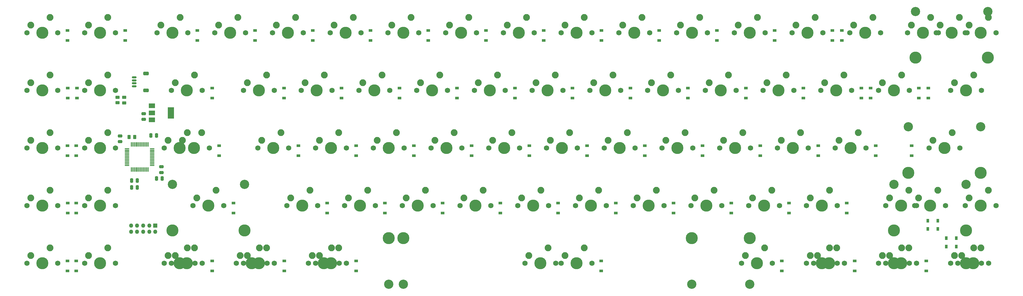
<source format=gbr>
%TF.GenerationSoftware,KiCad,Pcbnew,(6.0.7)*%
%TF.CreationDate,2022-08-26T18:50:00-04:00*%
%TF.ProjectId,thocc-master,74686f63-632d-46d6-9173-7465722e6b69,rev?*%
%TF.SameCoordinates,Original*%
%TF.FileFunction,Soldermask,Bot*%
%TF.FilePolarity,Negative*%
%FSLAX46Y46*%
G04 Gerber Fmt 4.6, Leading zero omitted, Abs format (unit mm)*
G04 Created by KiCad (PCBNEW (6.0.7)) date 2022-08-26 18:50:00*
%MOMM*%
%LPD*%
G01*
G04 APERTURE LIST*
G04 Aperture macros list*
%AMRoundRect*
0 Rectangle with rounded corners*
0 $1 Rounding radius*
0 $2 $3 $4 $5 $6 $7 $8 $9 X,Y pos of 4 corners*
0 Add a 4 corners polygon primitive as box body*
4,1,4,$2,$3,$4,$5,$6,$7,$8,$9,$2,$3,0*
0 Add four circle primitives for the rounded corners*
1,1,$1+$1,$2,$3*
1,1,$1+$1,$4,$5*
1,1,$1+$1,$6,$7*
1,1,$1+$1,$8,$9*
0 Add four rect primitives between the rounded corners*
20,1,$1+$1,$2,$3,$4,$5,0*
20,1,$1+$1,$4,$5,$6,$7,0*
20,1,$1+$1,$6,$7,$8,$9,0*
20,1,$1+$1,$8,$9,$2,$3,0*%
G04 Aperture macros list end*
%ADD10C,3.987800*%
%ADD11C,3.048000*%
%ADD12C,1.750000*%
%ADD13C,2.250000*%
%ADD14R,1.200000X0.900000*%
%ADD15R,2.000000X1.500000*%
%ADD16R,2.000000X3.800000*%
%ADD17RoundRect,0.250000X0.475000X-0.250000X0.475000X0.250000X-0.475000X0.250000X-0.475000X-0.250000X0*%
%ADD18RoundRect,0.250000X0.250000X0.475000X-0.250000X0.475000X-0.250000X-0.475000X0.250000X-0.475000X0*%
%ADD19RoundRect,0.075000X0.075000X-0.662500X0.075000X0.662500X-0.075000X0.662500X-0.075000X-0.662500X0*%
%ADD20RoundRect,0.075000X0.662500X-0.075000X0.662500X0.075000X-0.662500X0.075000X-0.662500X-0.075000X0*%
%ADD21R,0.900000X1.200000*%
%ADD22RoundRect,0.250000X-0.450000X0.262500X-0.450000X-0.262500X0.450000X-0.262500X0.450000X0.262500X0*%
%ADD23RoundRect,0.250000X-0.250000X-0.475000X0.250000X-0.475000X0.250000X0.475000X-0.250000X0.475000X0*%
%ADD24R,1.350000X1.350000*%
%ADD25O,1.350000X1.350000*%
%ADD26RoundRect,0.250000X0.262500X0.450000X-0.262500X0.450000X-0.262500X-0.450000X0.262500X-0.450000X0*%
%ADD27RoundRect,0.150000X-0.625000X0.150000X-0.625000X-0.150000X0.625000X-0.150000X0.625000X0.150000X0*%
%ADD28RoundRect,0.250000X-0.650000X0.350000X-0.650000X-0.350000X0.650000X-0.350000X0.650000X0.350000X0*%
%ADD29RoundRect,0.250000X-0.475000X0.250000X-0.475000X-0.250000X0.475000X-0.250000X0.475000X0.250000X0*%
G04 APERTURE END LIST*
D10*
%TO.C,MX53*%
X259980750Y-147582000D03*
X236168250Y-147582000D03*
D11*
X259980750Y-132342000D03*
X236168250Y-132342000D03*
D12*
X253154500Y-139327000D03*
X242994500Y-139327000D03*
D13*
X244264500Y-136787000D03*
D10*
X248074500Y-139327000D03*
D13*
X250614500Y-134247000D03*
%TD*%
D10*
%TO.C,MX76*%
X426668250Y-150122000D03*
X312368250Y-150122000D03*
D11*
X426668250Y-165362000D03*
X312368250Y-165362000D03*
D12*
X374598250Y-158377000D03*
X364438250Y-158377000D03*
D13*
X365708250Y-155837000D03*
D10*
X369518250Y-158377000D03*
D13*
X372058250Y-153297000D03*
%TD*%
D10*
%TO.C,MX75*%
X407611900Y-150122000D03*
X307612100Y-150122000D03*
D11*
X407611900Y-165362000D03*
X307612100Y-165362000D03*
D12*
X362692000Y-158377000D03*
X352532000Y-158377000D03*
D13*
X353802000Y-155837000D03*
D10*
X357612000Y-158377000D03*
D13*
X360152000Y-153297000D03*
%TD*%
D10*
%TO.C,MX50*%
X502868250Y-128532000D03*
X479055750Y-128532000D03*
D11*
X502868250Y-113292000D03*
X479055750Y-113292000D03*
D12*
X496042000Y-120277000D03*
X485882000Y-120277000D03*
D13*
X487152000Y-117737000D03*
D10*
X490962000Y-120277000D03*
D13*
X493502000Y-115197000D03*
%TD*%
D10*
%TO.C,MX17*%
X505249500Y-90432000D03*
X481437000Y-90432000D03*
D11*
X505249500Y-75192000D03*
X481437000Y-75192000D03*
D12*
X498423250Y-82177000D03*
X488263250Y-82177000D03*
D13*
X489533250Y-79637000D03*
D10*
X493343250Y-82177000D03*
D13*
X495883250Y-77097000D03*
%TD*%
D10*
%TO.C,MX65*%
X498105750Y-147582000D03*
X474293250Y-147582000D03*
D11*
X498105750Y-132342000D03*
X474293250Y-132342000D03*
D12*
X491279500Y-139327000D03*
X481119500Y-139327000D03*
D13*
X482389500Y-136787000D03*
D10*
X486199500Y-139327000D03*
D13*
X488739500Y-134247000D03*
%TD*%
D12*
%TO.C,MX30*%
X422223250Y-101227000D03*
X412063250Y-101227000D03*
D10*
X417143250Y-101227000D03*
D13*
X413333250Y-98687000D03*
X419683250Y-96147000D03*
%TD*%
D12*
%TO.C,MX42*%
X321575750Y-120277000D03*
D10*
X326655750Y-120277000D03*
D12*
X331735750Y-120277000D03*
D13*
X322845750Y-117737000D03*
X329195750Y-115197000D03*
%TD*%
D12*
%TO.C,MX44*%
X359675750Y-120277000D03*
D10*
X364755750Y-120277000D03*
D12*
X369835750Y-120277000D03*
D13*
X360945750Y-117737000D03*
X367295750Y-115197000D03*
%TD*%
D10*
%TO.C,MX78*%
X450480750Y-158377000D03*
D12*
X445400750Y-158377000D03*
X455560750Y-158377000D03*
D13*
X446670750Y-155837000D03*
X453020750Y-153297000D03*
%TD*%
D12*
%TO.C,MX70*%
X246010750Y-158377000D03*
D10*
X240930750Y-158377000D03*
D12*
X235850750Y-158377000D03*
D13*
X237120750Y-155837000D03*
X243470750Y-153297000D03*
%TD*%
D12*
%TO.C,MX41*%
X312685750Y-120277000D03*
D10*
X307605750Y-120277000D03*
D12*
X302525750Y-120277000D03*
D13*
X303795750Y-117737000D03*
X310145750Y-115197000D03*
%TD*%
D12*
%TO.C,MX34*%
X503185750Y-101227000D03*
D10*
X498105750Y-101227000D03*
D12*
X493025750Y-101227000D03*
D13*
X494295750Y-98687000D03*
X500645750Y-96147000D03*
%TD*%
D12*
%TO.C,MX11*%
X393648250Y-82177000D03*
D10*
X388568250Y-82177000D03*
D12*
X383488250Y-82177000D03*
D13*
X384758250Y-79637000D03*
X391108250Y-77097000D03*
%TD*%
D12*
%TO.C,MX72*%
X259663250Y-158377000D03*
X269823250Y-158377000D03*
D10*
X264743250Y-158377000D03*
D13*
X260933250Y-155837000D03*
X267283250Y-153297000D03*
%TD*%
D12*
%TO.C,MX43*%
X350785750Y-120277000D03*
X340625750Y-120277000D03*
D10*
X345705750Y-120277000D03*
D13*
X341895750Y-117737000D03*
X348245750Y-115197000D03*
%TD*%
D10*
%TO.C,MX71*%
X262362000Y-158377000D03*
D12*
X257282000Y-158377000D03*
X267442000Y-158377000D03*
D13*
X258552000Y-155837000D03*
X264902000Y-153297000D03*
%TD*%
D12*
%TO.C,MX52*%
X217435750Y-139327000D03*
X207275750Y-139327000D03*
D10*
X212355750Y-139327000D03*
D13*
X208545750Y-136787000D03*
X214895750Y-134247000D03*
%TD*%
D12*
%TO.C,MX57*%
X331100750Y-139327000D03*
X341260750Y-139327000D03*
D10*
X336180750Y-139327000D03*
D13*
X332370750Y-136787000D03*
X338720750Y-134247000D03*
%TD*%
D10*
%TO.C,MX18*%
X502868250Y-82177000D03*
D12*
X507948250Y-82177000D03*
X497788250Y-82177000D03*
D13*
X499058250Y-79637000D03*
X505408250Y-77097000D03*
%TD*%
D12*
%TO.C,MX40*%
X293635750Y-120277000D03*
X283475750Y-120277000D03*
D10*
X288555750Y-120277000D03*
D13*
X284745750Y-117737000D03*
X291095750Y-115197000D03*
%TD*%
D12*
%TO.C,MX15*%
X469848250Y-82177000D03*
X459688250Y-82177000D03*
D10*
X464768250Y-82177000D03*
D13*
X460958250Y-79637000D03*
X467308250Y-77097000D03*
%TD*%
D12*
%TO.C,MX26*%
X346023250Y-101227000D03*
X335863250Y-101227000D03*
D10*
X340943250Y-101227000D03*
D13*
X337133250Y-98687000D03*
X343483250Y-96147000D03*
%TD*%
D10*
%TO.C,MX39*%
X269505750Y-120277000D03*
D12*
X274585750Y-120277000D03*
X264425750Y-120277000D03*
D13*
X265695750Y-117737000D03*
X272045750Y-115197000D03*
%TD*%
D12*
%TO.C,MX7*%
X317448250Y-82177000D03*
X307288250Y-82177000D03*
D10*
X312368250Y-82177000D03*
D13*
X308558250Y-79637000D03*
X314908250Y-77097000D03*
%TD*%
D12*
%TO.C,MX54*%
X284110750Y-139327000D03*
D10*
X279030750Y-139327000D03*
D12*
X273950750Y-139327000D03*
D13*
X275220750Y-136787000D03*
X281570750Y-134247000D03*
%TD*%
D10*
%TO.C,MX3*%
X236168250Y-82177000D03*
D12*
X231088250Y-82177000D03*
X241248250Y-82177000D03*
D13*
X232358250Y-79637000D03*
X238708250Y-77097000D03*
%TD*%
D12*
%TO.C,MX20*%
X207275750Y-101227000D03*
X217435750Y-101227000D03*
D10*
X212355750Y-101227000D03*
D13*
X208545750Y-98687000D03*
X214895750Y-96147000D03*
%TD*%
D10*
%TO.C,MX51*%
X193305750Y-139327000D03*
D12*
X198385750Y-139327000D03*
X188225750Y-139327000D03*
D13*
X189495750Y-136787000D03*
X195845750Y-134247000D03*
%TD*%
D12*
%TO.C,MX63*%
X445400750Y-139327000D03*
D10*
X450480750Y-139327000D03*
D12*
X455560750Y-139327000D03*
D13*
X446670750Y-136787000D03*
X453020750Y-134247000D03*
%TD*%
D12*
%TO.C,MX61*%
X407300750Y-139327000D03*
X417460750Y-139327000D03*
D10*
X412380750Y-139327000D03*
D13*
X408570750Y-136787000D03*
X414920750Y-134247000D03*
%TD*%
D12*
%TO.C,MX82*%
X493025750Y-158377000D03*
X503185750Y-158377000D03*
D10*
X498105750Y-158377000D03*
D13*
X494295750Y-155837000D03*
X500645750Y-153297000D03*
%TD*%
D12*
%TO.C,MX14*%
X450798250Y-82177000D03*
X440638250Y-82177000D03*
D10*
X445718250Y-82177000D03*
D13*
X441908250Y-79637000D03*
X448258250Y-77097000D03*
%TD*%
D12*
%TO.C,MX49*%
X465085750Y-120277000D03*
D10*
X460005750Y-120277000D03*
D12*
X454925750Y-120277000D03*
D13*
X456195750Y-117737000D03*
X462545750Y-115197000D03*
%TD*%
D10*
%TO.C,MX2*%
X212355750Y-82177000D03*
D12*
X217435750Y-82177000D03*
X207275750Y-82177000D03*
D13*
X208545750Y-79637000D03*
X214895750Y-77097000D03*
%TD*%
D10*
%TO.C,MX36*%
X212355750Y-120277000D03*
D12*
X207275750Y-120277000D03*
X217435750Y-120277000D03*
D13*
X208545750Y-117737000D03*
X214895750Y-115197000D03*
%TD*%
D12*
%TO.C,MX64*%
X481754500Y-139327000D03*
X471594500Y-139327000D03*
D10*
X476674500Y-139327000D03*
D13*
X472864500Y-136787000D03*
X479214500Y-134247000D03*
%TD*%
D10*
%TO.C,MX47*%
X421905750Y-120277000D03*
D12*
X416825750Y-120277000D03*
X426985750Y-120277000D03*
D13*
X418095750Y-117737000D03*
X424445750Y-115197000D03*
%TD*%
D12*
%TO.C,MX56*%
X322210750Y-139327000D03*
D10*
X317130750Y-139327000D03*
D12*
X312050750Y-139327000D03*
D13*
X313320750Y-136787000D03*
X319670750Y-134247000D03*
%TD*%
D12*
%TO.C,MX83*%
X495407000Y-158377000D03*
D10*
X500487000Y-158377000D03*
D12*
X505567000Y-158377000D03*
D13*
X496677000Y-155837000D03*
X503027000Y-153297000D03*
%TD*%
D12*
%TO.C,MX8*%
X336498250Y-82177000D03*
X326338250Y-82177000D03*
D10*
X331418250Y-82177000D03*
D13*
X327608250Y-79637000D03*
X333958250Y-77097000D03*
%TD*%
D10*
%TO.C,MX13*%
X426668250Y-82177000D03*
D12*
X431748250Y-82177000D03*
X421588250Y-82177000D03*
D13*
X422858250Y-79637000D03*
X429208250Y-77097000D03*
%TD*%
D12*
%TO.C,MX80*%
X469213250Y-158377000D03*
X479373250Y-158377000D03*
D10*
X474293250Y-158377000D03*
D13*
X470483250Y-155837000D03*
X476833250Y-153297000D03*
%TD*%
D10*
%TO.C,MX1*%
X193305750Y-82177000D03*
D12*
X188225750Y-82177000D03*
X198385750Y-82177000D03*
D13*
X189495750Y-79637000D03*
X195845750Y-77097000D03*
%TD*%
D12*
%TO.C,MX62*%
X426350750Y-139327000D03*
D10*
X431430750Y-139327000D03*
D12*
X436510750Y-139327000D03*
D13*
X427620750Y-136787000D03*
X433970750Y-134247000D03*
%TD*%
D10*
%TO.C,MX33*%
X474293250Y-101227000D03*
D12*
X469213250Y-101227000D03*
X479373250Y-101227000D03*
D13*
X470483250Y-98687000D03*
X476833250Y-96147000D03*
%TD*%
D12*
%TO.C,MX58*%
X360310750Y-139327000D03*
D10*
X355230750Y-139327000D03*
D12*
X350150750Y-139327000D03*
D13*
X351420750Y-136787000D03*
X357770750Y-134247000D03*
%TD*%
D12*
%TO.C,MX31*%
X441273250Y-101227000D03*
D10*
X436193250Y-101227000D03*
D12*
X431113250Y-101227000D03*
D13*
X432383250Y-98687000D03*
X438733250Y-96147000D03*
%TD*%
D10*
%TO.C,MX29*%
X398093250Y-101227000D03*
D12*
X393013250Y-101227000D03*
X403173250Y-101227000D03*
D13*
X394283250Y-98687000D03*
X400633250Y-96147000D03*
%TD*%
D10*
%TO.C,MX6*%
X293318250Y-82177000D03*
D12*
X298398250Y-82177000D03*
X288238250Y-82177000D03*
D13*
X289508250Y-79637000D03*
X295858250Y-77097000D03*
%TD*%
D12*
%TO.C,MX35*%
X198385750Y-120277000D03*
D10*
X193305750Y-120277000D03*
D12*
X188225750Y-120277000D03*
D13*
X189495750Y-117737000D03*
X195845750Y-115197000D03*
%TD*%
D10*
%TO.C,MX48*%
X440955750Y-120277000D03*
D12*
X435875750Y-120277000D03*
X446035750Y-120277000D03*
D13*
X437145750Y-117737000D03*
X443495750Y-115197000D03*
%TD*%
D10*
%TO.C,MX79*%
X452862000Y-158377000D03*
D12*
X447782000Y-158377000D03*
X457942000Y-158377000D03*
D13*
X449052000Y-155837000D03*
X455402000Y-153297000D03*
%TD*%
D12*
%TO.C,MX66*%
X497788250Y-139327000D03*
X507948250Y-139327000D03*
D10*
X502868250Y-139327000D03*
D13*
X499058250Y-136787000D03*
X505408250Y-134247000D03*
%TD*%
D10*
%TO.C,MX12*%
X407618250Y-82177000D03*
D12*
X412698250Y-82177000D03*
X402538250Y-82177000D03*
D13*
X403808250Y-79637000D03*
X410158250Y-77097000D03*
%TD*%
D12*
%TO.C,MX28*%
X384123250Y-101227000D03*
X373963250Y-101227000D03*
D10*
X379043250Y-101227000D03*
D13*
X375233250Y-98687000D03*
X381583250Y-96147000D03*
%TD*%
D12*
%TO.C,MX37*%
X243629500Y-120277000D03*
D10*
X238549500Y-120277000D03*
D12*
X233469500Y-120277000D03*
D13*
X234739500Y-117737000D03*
X241089500Y-115197000D03*
%TD*%
D10*
%TO.C,MX59*%
X374280750Y-139327000D03*
D12*
X369200750Y-139327000D03*
X379360750Y-139327000D03*
D13*
X370470750Y-136787000D03*
X376820750Y-134247000D03*
%TD*%
D10*
%TO.C,MX81*%
X476674500Y-158377000D03*
D12*
X481754500Y-158377000D03*
X471594500Y-158377000D03*
D13*
X472864500Y-155837000D03*
X479214500Y-153297000D03*
%TD*%
D12*
%TO.C,MX45*%
X388885750Y-120277000D03*
X378725750Y-120277000D03*
D10*
X383805750Y-120277000D03*
D13*
X379995750Y-117737000D03*
X386345750Y-115197000D03*
%TD*%
D12*
%TO.C,MX55*%
X303160750Y-139327000D03*
X293000750Y-139327000D03*
D10*
X298080750Y-139327000D03*
D13*
X294270750Y-136787000D03*
X300620750Y-134247000D03*
%TD*%
D10*
%TO.C,MX25*%
X321893250Y-101227000D03*
D12*
X326973250Y-101227000D03*
X316813250Y-101227000D03*
D13*
X318083250Y-98687000D03*
X324433250Y-96147000D03*
%TD*%
D12*
%TO.C,MX4*%
X260298250Y-82177000D03*
X250138250Y-82177000D03*
D10*
X255218250Y-82177000D03*
D13*
X251408250Y-79637000D03*
X257758250Y-77097000D03*
%TD*%
D12*
%TO.C,MX69*%
X243629500Y-158377000D03*
D10*
X238549500Y-158377000D03*
D12*
X233469500Y-158377000D03*
D13*
X234739500Y-155837000D03*
X241089500Y-153297000D03*
%TD*%
D12*
%TO.C,MX32*%
X460323250Y-101227000D03*
D10*
X455243250Y-101227000D03*
D12*
X450163250Y-101227000D03*
D13*
X451433250Y-98687000D03*
X457783250Y-96147000D03*
%TD*%
D10*
%TO.C,MX9*%
X350468250Y-82177000D03*
D12*
X355548250Y-82177000D03*
X345388250Y-82177000D03*
D13*
X346658250Y-79637000D03*
X353008250Y-77097000D03*
%TD*%
D12*
%TO.C,MX73*%
X291254500Y-158377000D03*
D10*
X286174500Y-158377000D03*
D12*
X281094500Y-158377000D03*
D13*
X282364500Y-155837000D03*
X288714500Y-153297000D03*
%TD*%
D12*
%TO.C,MX27*%
X365073250Y-101227000D03*
X354913250Y-101227000D03*
D10*
X359993250Y-101227000D03*
D13*
X356183250Y-98687000D03*
X362533250Y-96147000D03*
%TD*%
D10*
%TO.C,MX74*%
X288555750Y-158377000D03*
D12*
X283475750Y-158377000D03*
X293635750Y-158377000D03*
D13*
X284745750Y-155837000D03*
X291095750Y-153297000D03*
%TD*%
D12*
%TO.C,MX46*%
X407935750Y-120277000D03*
X397775750Y-120277000D03*
D10*
X402855750Y-120277000D03*
D13*
X399045750Y-117737000D03*
X405395750Y-115197000D03*
%TD*%
D12*
%TO.C,MX19*%
X198385750Y-101227000D03*
X188225750Y-101227000D03*
D10*
X193305750Y-101227000D03*
D13*
X189495750Y-98687000D03*
X195845750Y-96147000D03*
%TD*%
D12*
%TO.C,MX24*%
X297763250Y-101227000D03*
X307923250Y-101227000D03*
D10*
X302843250Y-101227000D03*
D13*
X299033250Y-98687000D03*
X305383250Y-96147000D03*
%TD*%
D12*
%TO.C,MX23*%
X278713250Y-101227000D03*
D10*
X283793250Y-101227000D03*
D12*
X288873250Y-101227000D03*
D13*
X279983250Y-98687000D03*
X286333250Y-96147000D03*
%TD*%
D12*
%TO.C,MX77*%
X434129500Y-158377000D03*
X423969500Y-158377000D03*
D10*
X429049500Y-158377000D03*
D13*
X425239500Y-155837000D03*
X431589500Y-153297000D03*
%TD*%
D10*
%TO.C,MX10*%
X369518250Y-82177000D03*
D12*
X364438250Y-82177000D03*
X374598250Y-82177000D03*
D13*
X365708250Y-79637000D03*
X372058250Y-77097000D03*
%TD*%
D12*
%TO.C,MX5*%
X269188250Y-82177000D03*
D10*
X274268250Y-82177000D03*
D12*
X279348250Y-82177000D03*
D13*
X270458250Y-79637000D03*
X276808250Y-77097000D03*
%TD*%
D10*
%TO.C,MX21*%
X240930750Y-101227000D03*
D12*
X246010750Y-101227000D03*
X235850750Y-101227000D03*
D13*
X237120750Y-98687000D03*
X243470750Y-96147000D03*
%TD*%
D10*
%TO.C,MX67*%
X193305750Y-158377000D03*
D12*
X188225750Y-158377000D03*
X198385750Y-158377000D03*
D13*
X189495750Y-155837000D03*
X195845750Y-153297000D03*
%TD*%
D10*
%TO.C,MX38*%
X243312000Y-120277000D03*
D12*
X248392000Y-120277000D03*
X238232000Y-120277000D03*
D13*
X239502000Y-117737000D03*
X245852000Y-115197000D03*
%TD*%
D10*
%TO.C,MX60*%
X393330750Y-139327000D03*
D12*
X388250750Y-139327000D03*
X398410750Y-139327000D03*
D13*
X389520750Y-136787000D03*
X395870750Y-134247000D03*
%TD*%
D12*
%TO.C,MX68*%
X217435750Y-158377000D03*
X207275750Y-158377000D03*
D10*
X212355750Y-158377000D03*
D13*
X208545750Y-155837000D03*
X214895750Y-153297000D03*
%TD*%
D12*
%TO.C,MX22*%
X269823250Y-101227000D03*
X259663250Y-101227000D03*
D10*
X264743250Y-101227000D03*
D13*
X260933250Y-98687000D03*
X267283250Y-96147000D03*
%TD*%
D12*
%TO.C,MX16*%
X488898250Y-82177000D03*
X478738250Y-82177000D03*
D10*
X483818250Y-82177000D03*
D13*
X480008250Y-79637000D03*
X486358250Y-77097000D03*
%TD*%
D14*
%TO.C,D78*%
X461300000Y-160950000D03*
X461300000Y-157650000D03*
%TD*%
D15*
%TO.C,U1*%
X229400000Y-110950000D03*
D16*
X235700000Y-108650000D03*
D15*
X229400000Y-108650000D03*
X229400000Y-106350000D03*
%TD*%
D14*
%TO.C,D54*%
X287300000Y-141800000D03*
X287300000Y-138500000D03*
%TD*%
%TO.C,D4*%
X263450000Y-84750000D03*
X263450000Y-81450000D03*
%TD*%
%TO.C,D24*%
X311100000Y-103750000D03*
X311100000Y-100450000D03*
%TD*%
%TO.C,D25*%
X330100000Y-103750000D03*
X330100000Y-100450000D03*
%TD*%
%TO.C,D10*%
X377750000Y-84750000D03*
X377750000Y-81450000D03*
%TD*%
%TO.C,D27*%
X368200000Y-103750000D03*
X368200000Y-100450000D03*
%TD*%
%TO.C,D2*%
X220599000Y-84750000D03*
X220599000Y-81450000D03*
%TD*%
D17*
%TO.C,C3*%
X226750000Y-110800000D03*
X226750000Y-108900000D03*
%TD*%
D14*
%TO.C,D1*%
X201549000Y-84750000D03*
X201549000Y-81450000D03*
%TD*%
D18*
%TO.C,C7*%
X232850000Y-130350000D03*
X230950000Y-130350000D03*
%TD*%
D19*
%TO.C,U2*%
X228150000Y-127412500D03*
X227650000Y-127412500D03*
X227150000Y-127412500D03*
X226650000Y-127412500D03*
X226150000Y-127412500D03*
X225650000Y-127412500D03*
X225150000Y-127412500D03*
X224650000Y-127412500D03*
X224150000Y-127412500D03*
X223650000Y-127412500D03*
X223150000Y-127412500D03*
X222650000Y-127412500D03*
D20*
X221237500Y-126000000D03*
X221237500Y-125500000D03*
X221237500Y-125000000D03*
X221237500Y-124500000D03*
X221237500Y-124000000D03*
X221237500Y-123500000D03*
X221237500Y-123000000D03*
X221237500Y-122500000D03*
X221237500Y-122000000D03*
X221237500Y-121500000D03*
X221237500Y-121000000D03*
X221237500Y-120500000D03*
D19*
X222650000Y-119087500D03*
X223150000Y-119087500D03*
X223650000Y-119087500D03*
X224150000Y-119087500D03*
X224650000Y-119087500D03*
X225150000Y-119087500D03*
X225650000Y-119087500D03*
X226150000Y-119087500D03*
X226650000Y-119087500D03*
X227150000Y-119087500D03*
X227650000Y-119087500D03*
X228150000Y-119087500D03*
D20*
X229562500Y-120500000D03*
X229562500Y-121000000D03*
X229562500Y-121500000D03*
X229562500Y-122000000D03*
X229562500Y-122500000D03*
X229562500Y-123000000D03*
X229562500Y-123500000D03*
X229562500Y-124000000D03*
X229562500Y-124500000D03*
X229562500Y-125000000D03*
X229562500Y-125500000D03*
X229562500Y-126000000D03*
%TD*%
D21*
%TO.C,D66*%
X494900000Y-150100000D03*
X491600000Y-150100000D03*
%TD*%
D14*
%TO.C,D17*%
X485600000Y-103750000D03*
X485600000Y-100450000D03*
%TD*%
%TO.C,D37*%
X251600000Y-122850000D03*
X251600000Y-119550000D03*
%TD*%
%TO.C,D48*%
X449300000Y-122850000D03*
X449300000Y-119550000D03*
%TD*%
%TO.C,D16*%
X457100000Y-84750000D03*
X457100000Y-81450000D03*
%TD*%
D22*
%TO.C,R2*%
X220300000Y-103537500D03*
X220300000Y-105362500D03*
%TD*%
D14*
%TO.C,D59*%
X382500000Y-141800000D03*
X382500000Y-138500000D03*
%TD*%
%TO.C,D63*%
X458750000Y-141800000D03*
X458750000Y-138500000D03*
%TD*%
D21*
%TO.C,D82*%
X491600000Y-152900000D03*
X494900000Y-152900000D03*
%TD*%
D14*
%TO.C,D71*%
X273100000Y-160950000D03*
X273100000Y-157650000D03*
%TD*%
%TO.C,D62*%
X439700000Y-141800000D03*
X439700000Y-138500000D03*
%TD*%
%TO.C,D67*%
X201600000Y-160950000D03*
X201600000Y-157650000D03*
%TD*%
%TO.C,D77*%
X437300000Y-160950000D03*
X437300000Y-157650000D03*
%TD*%
%TO.C,D11*%
X396850000Y-84750000D03*
X396850000Y-81450000D03*
%TD*%
%TO.C,D30*%
X425400000Y-103750000D03*
X425400000Y-100450000D03*
%TD*%
%TO.C,D75*%
X377700000Y-160950000D03*
X377700000Y-157650000D03*
%TD*%
%TO.C,D5*%
X282500000Y-84750000D03*
X282500000Y-81450000D03*
%TD*%
%TO.C,D12*%
X415850000Y-84750000D03*
X415850000Y-81450000D03*
%TD*%
%TO.C,D57*%
X344450000Y-141800000D03*
X344450000Y-138500000D03*
%TD*%
%TO.C,D73*%
X296800000Y-160950000D03*
X296800000Y-157650000D03*
%TD*%
%TO.C,D3*%
X244400000Y-84750000D03*
X244400000Y-81450000D03*
%TD*%
%TO.C,D61*%
X420600000Y-141800000D03*
X420600000Y-138500000D03*
%TD*%
%TO.C,D34*%
X480100000Y-122850000D03*
X480100000Y-119550000D03*
%TD*%
%TO.C,D23*%
X292000000Y-103750000D03*
X292000000Y-100450000D03*
%TD*%
D23*
%TO.C,C2*%
X229100000Y-116150000D03*
X231000000Y-116150000D03*
%TD*%
D14*
%TO.C,D58*%
X363500000Y-141800000D03*
X363500000Y-138500000D03*
%TD*%
%TO.C,D35*%
X201549000Y-122850000D03*
X201549000Y-119550000D03*
%TD*%
D18*
%TO.C,C4*%
X224650000Y-131000000D03*
X222750000Y-131000000D03*
%TD*%
D14*
%TO.C,D36*%
X204500000Y-122850000D03*
X204500000Y-119550000D03*
%TD*%
%TO.C,D46*%
X411100000Y-122850000D03*
X411100000Y-119550000D03*
%TD*%
%TO.C,D14*%
X454000000Y-84750000D03*
X454000000Y-81450000D03*
%TD*%
%TO.C,D28*%
X387300000Y-103750000D03*
X387300000Y-100450000D03*
%TD*%
%TO.C,D51*%
X201700000Y-141800000D03*
X201700000Y-138500000D03*
%TD*%
%TO.C,D41*%
X315900000Y-122850000D03*
X315900000Y-119550000D03*
%TD*%
%TO.C,D32*%
X463500000Y-103750000D03*
X463500000Y-100450000D03*
%TD*%
%TO.C,D8*%
X339650000Y-84750000D03*
X339650000Y-81450000D03*
%TD*%
%TO.C,D80*%
X484950000Y-160950000D03*
X484950000Y-157650000D03*
%TD*%
%TO.C,D42*%
X334900000Y-122850000D03*
X334900000Y-119550000D03*
%TD*%
%TO.C,D21*%
X249300000Y-103750000D03*
X249300000Y-100450000D03*
%TD*%
D23*
%TO.C,C1*%
X222750000Y-133300000D03*
X224650000Y-133300000D03*
%TD*%
D24*
%TO.C,J2*%
X230550000Y-145950000D03*
D25*
X230550000Y-147950000D03*
X228550000Y-145950000D03*
X228550000Y-147950000D03*
X226550000Y-145950000D03*
X226550000Y-147950000D03*
X224550000Y-145950000D03*
X224550000Y-147950000D03*
X222550000Y-145950000D03*
X222550000Y-147950000D03*
%TD*%
D14*
%TO.C,D43*%
X354000000Y-122850000D03*
X354000000Y-119550000D03*
%TD*%
%TO.C,D45*%
X392100000Y-122850000D03*
X392100000Y-119550000D03*
%TD*%
%TO.C,D68*%
X204450000Y-160950000D03*
X204450000Y-157650000D03*
%TD*%
%TO.C,D19*%
X201700000Y-103750000D03*
X201700000Y-100450000D03*
%TD*%
%TO.C,D26*%
X349200000Y-103750000D03*
X349200000Y-100450000D03*
%TD*%
%TO.C,D39*%
X277800000Y-122850000D03*
X277800000Y-119550000D03*
%TD*%
%TO.C,D7*%
X320600000Y-84750000D03*
X320600000Y-81450000D03*
%TD*%
D26*
%TO.C,R1*%
X223762500Y-116650000D03*
X221937500Y-116650000D03*
%TD*%
D27*
%TO.C,J1*%
X223600000Y-96900000D03*
X223600000Y-97900000D03*
X223600000Y-98900000D03*
X223600000Y-99900000D03*
D28*
X227475000Y-101200000D03*
X227475000Y-95600000D03*
%TD*%
D14*
%TO.C,D55*%
X306350000Y-141800000D03*
X306350000Y-138500000D03*
%TD*%
%TO.C,D31*%
X444400000Y-103750000D03*
X444400000Y-100450000D03*
%TD*%
%TO.C,D22*%
X273000000Y-103750000D03*
X273000000Y-100450000D03*
%TD*%
%TO.C,D60*%
X401600000Y-141800000D03*
X401600000Y-138500000D03*
%TD*%
%TO.C,D15*%
X466600000Y-103750000D03*
X466600000Y-100450000D03*
%TD*%
%TO.C,D53*%
X256350000Y-141800000D03*
X256350000Y-138500000D03*
%TD*%
%TO.C,D20*%
X204700000Y-103750000D03*
X204700000Y-100450000D03*
%TD*%
%TO.C,D6*%
X301550000Y-84750000D03*
X301550000Y-81450000D03*
%TD*%
D29*
%TO.C,C5*%
X232550000Y-126500000D03*
X232550000Y-128400000D03*
%TD*%
D14*
%TO.C,D47*%
X430200000Y-122850000D03*
X430200000Y-119550000D03*
%TD*%
%TO.C,D56*%
X325400000Y-141800000D03*
X325400000Y-138500000D03*
%TD*%
%TO.C,D49*%
X468300000Y-122850000D03*
X468300000Y-119550000D03*
%TD*%
%TO.C,D69*%
X249300000Y-160950000D03*
X249300000Y-157650000D03*
%TD*%
%TO.C,D40*%
X296800000Y-122850000D03*
X296800000Y-119550000D03*
%TD*%
%TO.C,D52*%
X204450000Y-141800000D03*
X204450000Y-138500000D03*
%TD*%
%TO.C,D13*%
X434950000Y-84750000D03*
X434950000Y-81450000D03*
%TD*%
%TO.C,D9*%
X358700000Y-84750000D03*
X358700000Y-81450000D03*
%TD*%
D22*
%TO.C,R3*%
X218050000Y-103487500D03*
X218050000Y-105312500D03*
%TD*%
D14*
%TO.C,D29*%
X406300000Y-103750000D03*
X406300000Y-100450000D03*
%TD*%
%TO.C,D33*%
X482500000Y-103750000D03*
X482500000Y-100450000D03*
%TD*%
D21*
%TO.C,D50*%
X485500000Y-147050000D03*
X488800000Y-147050000D03*
%TD*%
D14*
%TO.C,D44*%
X373000000Y-122850000D03*
X373000000Y-119550000D03*
%TD*%
D21*
%TO.C,D64*%
X485500000Y-144300000D03*
X488800000Y-144300000D03*
%TD*%
D17*
%TO.C,C6*%
X218950000Y-118200000D03*
X218950000Y-116300000D03*
%TD*%
M02*

</source>
